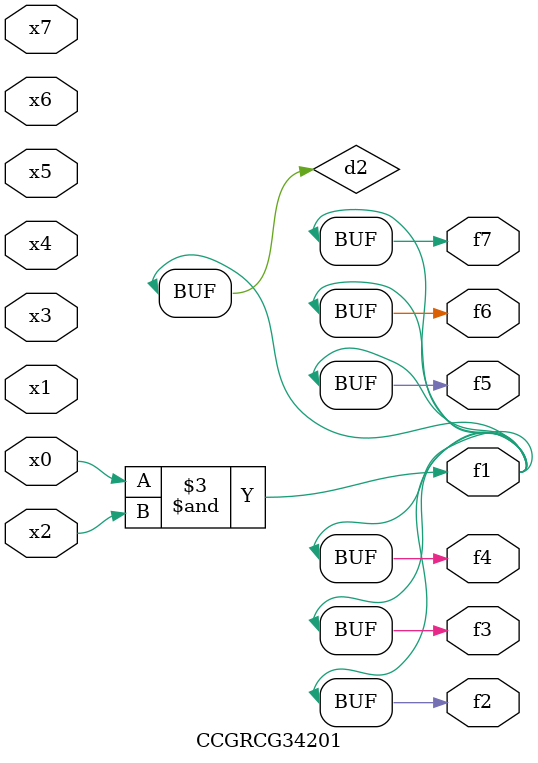
<source format=v>
module CCGRCG34201(
	input x0, x1, x2, x3, x4, x5, x6, x7,
	output f1, f2, f3, f4, f5, f6, f7
);

	wire d1, d2;

	nor (d1, x3, x6);
	and (d2, x0, x2);
	assign f1 = d2;
	assign f2 = d2;
	assign f3 = d2;
	assign f4 = d2;
	assign f5 = d2;
	assign f6 = d2;
	assign f7 = d2;
endmodule

</source>
